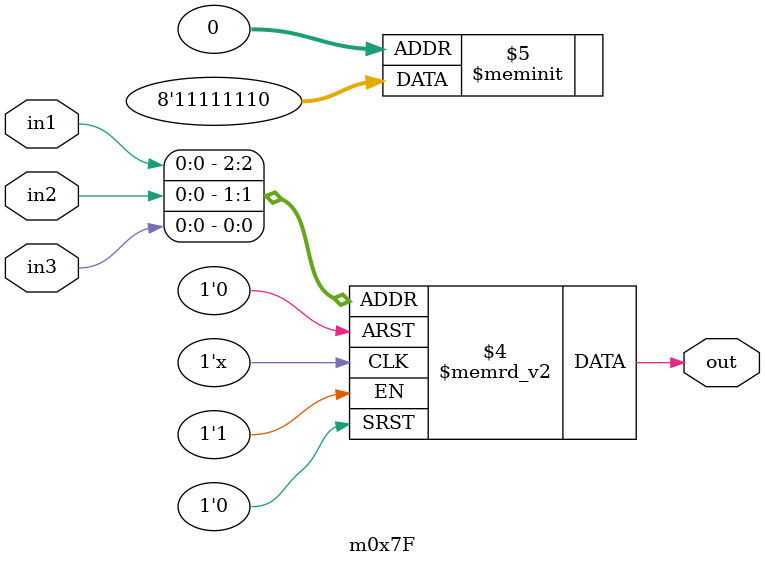
<source format=v>
module m0x7F(output out, input in1, in2, in3);

   always @(in1, in2, in3)
     begin
        case({in1, in2, in3})
          3'b000: {out} = 1'b0;
          3'b001: {out} = 1'b1;
          3'b010: {out} = 1'b1;
          3'b011: {out} = 1'b1;
          3'b100: {out} = 1'b1;
          3'b101: {out} = 1'b1;
          3'b110: {out} = 1'b1;
          3'b111: {out} = 1'b1;
        endcase // case ({in1, in2, in3})
     end // always @ (in1, in2, in3)

endmodule // m0x7F
</source>
